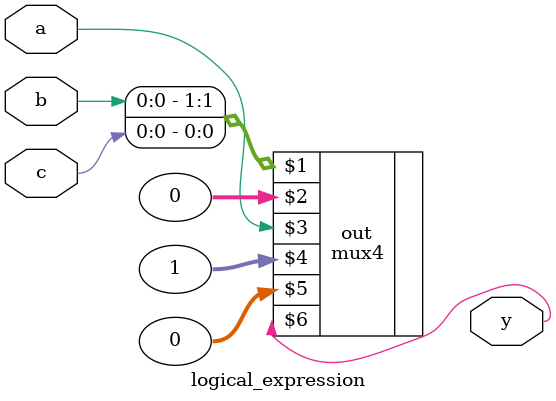
<source format=sv>
module logical_expression(
    input logic a, b, c,
    output logic y
);

  mux4 out({b, c}, 0, a, 1, 0, y);

endmodule

</source>
